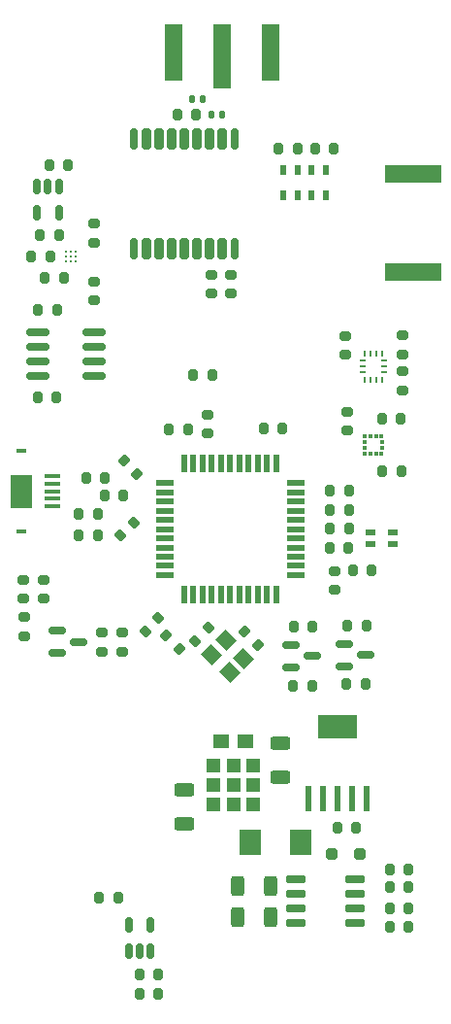
<source format=gtp>
G04 #@! TF.GenerationSoftware,KiCad,Pcbnew,7.0.6*
G04 #@! TF.CreationDate,2023-10-28T16:57:55-05:00*
G04 #@! TF.ProjectId,FC,46432e6b-6963-4616-945f-706362585858,V1*
G04 #@! TF.SameCoordinates,Original*
G04 #@! TF.FileFunction,Paste,Top*
G04 #@! TF.FilePolarity,Positive*
%FSLAX46Y46*%
G04 Gerber Fmt 4.6, Leading zero omitted, Abs format (unit mm)*
G04 Created by KiCad (PCBNEW 7.0.6) date 2023-10-28 16:57:55*
%MOMM*%
%LPD*%
G01*
G04 APERTURE LIST*
G04 Aperture macros list*
%AMRoundRect*
0 Rectangle with rounded corners*
0 $1 Rounding radius*
0 $2 $3 $4 $5 $6 $7 $8 $9 X,Y pos of 4 corners*
0 Add a 4 corners polygon primitive as box body*
4,1,4,$2,$3,$4,$5,$6,$7,$8,$9,$2,$3,0*
0 Add four circle primitives for the rounded corners*
1,1,$1+$1,$2,$3*
1,1,$1+$1,$4,$5*
1,1,$1+$1,$6,$7*
1,1,$1+$1,$8,$9*
0 Add four rect primitives between the rounded corners*
20,1,$1+$1,$2,$3,$4,$5,0*
20,1,$1+$1,$4,$5,$6,$7,0*
20,1,$1+$1,$6,$7,$8,$9,0*
20,1,$1+$1,$8,$9,$2,$3,0*%
%AMRotRect*
0 Rectangle, with rotation*
0 The origin of the aperture is its center*
0 $1 length*
0 $2 width*
0 $3 Rotation angle, in degrees counterclockwise*
0 Add horizontal line*
21,1,$1,$2,0,0,$3*%
G04 Aperture macros list end*
%ADD10RoundRect,0.200000X-0.275000X0.200000X-0.275000X-0.200000X0.275000X-0.200000X0.275000X0.200000X0*%
%ADD11RoundRect,0.200000X-0.200000X-0.275000X0.200000X-0.275000X0.200000X0.275000X-0.200000X0.275000X0*%
%ADD12RoundRect,0.150000X0.725000X0.150000X-0.725000X0.150000X-0.725000X-0.150000X0.725000X-0.150000X0*%
%ADD13RoundRect,0.200000X0.200000X0.275000X-0.200000X0.275000X-0.200000X-0.275000X0.200000X-0.275000X0*%
%ADD14R,1.250000X1.200000*%
%ADD15R,1.400000X1.270000*%
%ADD16RoundRect,0.250000X-0.312500X-0.625000X0.312500X-0.625000X0.312500X0.625000X-0.312500X0.625000X0*%
%ADD17R,0.850000X0.300000*%
%ADD18R,1.350000X0.400000*%
%ADD19R,1.900000X2.900000*%
%ADD20RoundRect,0.200000X0.275000X-0.200000X0.275000X0.200000X-0.275000X0.200000X-0.275000X-0.200000X0*%
%ADD21RoundRect,0.150000X0.150000X-0.512500X0.150000X0.512500X-0.150000X0.512500X-0.150000X-0.512500X0*%
%ADD22RoundRect,0.150000X-0.587500X-0.150000X0.587500X-0.150000X0.587500X0.150000X-0.587500X0.150000X0*%
%ADD23RoundRect,0.147500X-0.147500X-0.172500X0.147500X-0.172500X0.147500X0.172500X-0.147500X0.172500X0*%
%ADD24RoundRect,0.175000X0.175000X-0.725000X0.175000X0.725000X-0.175000X0.725000X-0.175000X-0.725000X0*%
%ADD25RoundRect,0.200000X0.200000X-0.700000X0.200000X0.700000X-0.200000X0.700000X-0.200000X-0.700000X0*%
%ADD26R,0.250000X0.475000*%
%ADD27R,0.475000X0.250000*%
%ADD28RoundRect,0.250000X-0.250000X-0.250000X0.250000X-0.250000X0.250000X0.250000X-0.250000X0.250000X0*%
%ADD29RoundRect,0.250000X-0.625000X0.312500X-0.625000X-0.312500X0.625000X-0.312500X0.625000X0.312500X0*%
%ADD30RoundRect,0.140000X0.140000X0.170000X-0.140000X0.170000X-0.140000X-0.170000X0.140000X-0.170000X0*%
%ADD31R,1.500000X5.600000*%
%ADD32R,1.600000X4.900000*%
%ADD33R,1.879600X2.260600*%
%ADD34RoundRect,0.200000X0.053033X-0.335876X0.335876X-0.053033X-0.053033X0.335876X-0.335876X0.053033X0*%
%ADD35R,0.863600X0.558800*%
%ADD36RotRect,1.400000X1.200000X135.000000*%
%ADD37C,0.269000*%
%ADD38R,0.600000X2.200000*%
%ADD39R,3.450000X2.150000*%
%ADD40R,1.500000X0.550000*%
%ADD41R,0.550000X1.500000*%
%ADD42R,0.350000X0.375000*%
%ADD43R,0.375000X0.350000*%
%ADD44RoundRect,0.200000X0.335876X0.053033X0.053033X0.335876X-0.335876X-0.053033X-0.053033X-0.335876X0*%
%ADD45RoundRect,0.200000X-0.335876X-0.053033X-0.053033X-0.335876X0.335876X0.053033X0.053033X0.335876X0*%
%ADD46RoundRect,0.150000X-0.150000X0.512500X-0.150000X-0.512500X0.150000X-0.512500X0.150000X0.512500X0*%
%ADD47RoundRect,0.250000X0.625000X-0.312500X0.625000X0.312500X-0.625000X0.312500X-0.625000X-0.312500X0*%
%ADD48RoundRect,0.150000X-0.825000X-0.150000X0.825000X-0.150000X0.825000X0.150000X-0.825000X0.150000X0*%
%ADD49R,0.550000X0.950000*%
%ADD50R,4.900000X1.600000*%
G04 APERTURE END LIST*
D10*
X187800000Y-122675000D03*
X187800000Y-124325000D03*
D11*
X173350000Y-110325000D03*
X175000000Y-110325000D03*
D12*
X189612500Y-153355000D03*
X189612500Y-152085000D03*
X189612500Y-150815000D03*
X189612500Y-149545000D03*
X184462500Y-149545000D03*
X184462500Y-150815000D03*
X184462500Y-152085000D03*
X184462500Y-153355000D03*
D13*
X164175000Y-97125000D03*
X162525000Y-97125000D03*
D11*
X161950000Y-99950000D03*
X163600000Y-99950000D03*
D10*
X193712500Y-105262500D03*
X193712500Y-106912500D03*
D14*
X177275000Y-139622500D03*
X177275000Y-141312500D03*
X177275000Y-142972500D03*
X178975000Y-139622500D03*
X178975000Y-141312500D03*
X178975000Y-142972500D03*
X180675000Y-139622500D03*
X180675000Y-141312500D03*
X180675000Y-142972500D03*
D15*
X177935000Y-137507500D03*
X180015000Y-137507500D03*
D13*
X189725000Y-145012500D03*
X188075000Y-145012500D03*
D16*
X179312500Y-152850000D03*
X182237500Y-152850000D03*
D17*
X160500000Y-112225000D03*
X160500000Y-119225000D03*
D18*
X163175000Y-117025000D03*
X163175000Y-116375000D03*
X163175000Y-115725000D03*
X163175000Y-115075000D03*
X163175000Y-114425000D03*
D19*
X160500000Y-115725000D03*
D13*
X184575000Y-85875000D03*
X182925000Y-85875000D03*
D20*
X188712500Y-103812500D03*
X188712500Y-102162500D03*
D21*
X169875000Y-155771875D03*
X170825000Y-155771875D03*
X171775000Y-155771875D03*
X171775000Y-153496875D03*
X169875000Y-153496875D03*
D11*
X187377901Y-120625000D03*
X189027901Y-120625000D03*
D22*
X163600000Y-127900000D03*
X163600000Y-129800000D03*
X165475000Y-128850000D03*
D23*
X177039102Y-82920333D03*
X178009102Y-82920333D03*
D13*
X193600000Y-109437500D03*
X191950000Y-109437500D03*
D20*
X166850000Y-99100000D03*
X166850000Y-97450000D03*
D13*
X194275000Y-150250000D03*
X192625000Y-150250000D03*
D11*
X167750000Y-116125000D03*
X169400000Y-116125000D03*
D24*
X170308891Y-94541954D03*
D25*
X171408891Y-94541954D03*
X172508891Y-94541954D03*
X173608891Y-94541954D03*
X174708891Y-94541954D03*
X175808891Y-94541954D03*
X176908891Y-94541954D03*
X178008891Y-94541954D03*
D24*
X179108891Y-94541954D03*
X179108891Y-85041954D03*
D25*
X178008891Y-85041954D03*
X176908891Y-85041954D03*
X175808891Y-85041954D03*
X174708891Y-85041954D03*
X173608891Y-85041954D03*
X172508891Y-85041954D03*
X171408891Y-85041954D03*
D24*
X170308891Y-85041954D03*
D26*
X190462500Y-106012500D03*
X190962500Y-106012500D03*
X191462500Y-106012500D03*
X191962500Y-106012500D03*
D27*
X192125000Y-105350000D03*
X192125000Y-104850000D03*
X192125000Y-104350000D03*
D26*
X191962500Y-103687500D03*
X191462500Y-103687500D03*
X190962500Y-103687500D03*
X190462500Y-103687500D03*
D27*
X190300000Y-104350000D03*
X190300000Y-104850000D03*
X190300000Y-105350000D03*
D20*
X193712500Y-103787500D03*
X193712500Y-102137500D03*
D28*
X187525000Y-147312500D03*
X190025000Y-147312500D03*
D29*
X174675000Y-141750000D03*
X174675000Y-144675000D03*
D30*
X176308891Y-81521780D03*
X175348891Y-81521780D03*
D13*
X172425000Y-159546875D03*
X170775000Y-159546875D03*
D22*
X188675000Y-129050000D03*
X188675000Y-130950000D03*
X190550000Y-130000000D03*
D31*
X178008891Y-77791954D03*
D32*
X182268891Y-77441954D03*
X173748891Y-77441954D03*
D11*
X187402901Y-118975000D03*
X189052901Y-118975000D03*
D13*
X183250000Y-110225000D03*
X181600000Y-110225000D03*
X164550000Y-87300000D03*
X162900000Y-87300000D03*
D33*
X184884800Y-146350000D03*
X180465200Y-146350000D03*
D16*
X179312500Y-150150000D03*
X182237500Y-150150000D03*
D11*
X192625000Y-148650000D03*
X194275000Y-148650000D03*
D34*
X175658274Y-128766726D03*
X176825000Y-127600000D03*
D35*
X192905801Y-120324999D03*
X192905801Y-119325001D03*
X190950001Y-119325001D03*
X190950001Y-120324999D03*
D11*
X191975000Y-113987500D03*
X193625000Y-113987500D03*
D13*
X172425000Y-157796875D03*
X170775000Y-157796875D03*
D36*
X179862132Y-130293503D03*
X178306497Y-128737868D03*
X177104416Y-129939949D03*
X178660051Y-131495584D03*
D37*
X165200000Y-94850000D03*
X165200000Y-95250000D03*
X165200000Y-95650000D03*
X164800000Y-94850000D03*
X164800000Y-95250000D03*
X164800000Y-95650000D03*
X164400000Y-94850000D03*
X164400000Y-95250000D03*
X164400000Y-95650000D03*
D11*
X184200000Y-132650000D03*
X185850000Y-132650000D03*
D38*
X185565000Y-142512500D03*
X186835000Y-142512500D03*
X188105000Y-142512500D03*
X189375000Y-142512500D03*
X190645000Y-142512500D03*
D39*
X188105000Y-136212500D03*
D11*
X174092643Y-82915125D03*
X175742643Y-82915125D03*
D13*
X177125000Y-105600000D03*
X175475000Y-105600000D03*
D40*
X173000000Y-115025000D03*
X173000000Y-115825000D03*
X173000000Y-116625000D03*
X173000000Y-117425000D03*
X173000000Y-118225000D03*
X173000000Y-119025000D03*
X173000000Y-119825000D03*
X173000000Y-120625000D03*
X173000000Y-121425000D03*
X173000000Y-122225000D03*
X173000000Y-123025000D03*
D41*
X174700000Y-124725000D03*
X175500000Y-124725000D03*
X176300000Y-124725000D03*
X177100000Y-124725000D03*
X177900000Y-124725000D03*
X178700000Y-124725000D03*
X179500000Y-124725000D03*
X180300000Y-124725000D03*
X181100000Y-124725000D03*
X181900000Y-124725000D03*
X182700000Y-124725000D03*
D40*
X184400000Y-123025000D03*
X184400000Y-122225000D03*
X184400000Y-121425000D03*
X184400000Y-120625000D03*
X184400000Y-119825000D03*
X184400000Y-119025000D03*
X184400000Y-118225000D03*
X184400000Y-117425000D03*
X184400000Y-116625000D03*
X184400000Y-115825000D03*
X184400000Y-115025000D03*
D41*
X182700000Y-113325000D03*
X181900000Y-113325000D03*
X181100000Y-113325000D03*
X180300000Y-113325000D03*
X179500000Y-113325000D03*
X178700000Y-113325000D03*
X177900000Y-113325000D03*
X177100000Y-113325000D03*
X176300000Y-113325000D03*
X175500000Y-113325000D03*
X174700000Y-113325000D03*
D42*
X190425000Y-112487500D03*
X190925000Y-112487500D03*
X191425000Y-112487500D03*
X191925000Y-112487500D03*
D43*
X191937500Y-111975000D03*
X191937500Y-111475000D03*
D42*
X191925000Y-110962500D03*
X191425000Y-110962500D03*
X190925000Y-110962500D03*
X190425000Y-110962500D03*
D43*
X190412500Y-111475000D03*
X190412500Y-111975000D03*
D10*
X177098891Y-96841954D03*
X177098891Y-98491954D03*
D11*
X187402901Y-117325000D03*
X189052901Y-117325000D03*
X192625000Y-152050000D03*
X194275000Y-152050000D03*
D10*
X169275000Y-128050000D03*
X169275000Y-129700000D03*
D13*
X185875000Y-127550000D03*
X184225000Y-127550000D03*
X194275000Y-153650000D03*
X192625000Y-153650000D03*
D10*
X178798891Y-96866954D03*
X178798891Y-98516954D03*
D11*
X166125000Y-114525000D03*
X167775000Y-114525000D03*
D13*
X163000000Y-95250000D03*
X161350000Y-95250000D03*
D11*
X189425000Y-122650000D03*
X191075000Y-122650000D03*
D34*
X169116637Y-119591726D03*
X170283363Y-118425000D03*
D20*
X167475000Y-129700000D03*
X167475000Y-128050000D03*
D11*
X187400000Y-115625000D03*
X189050000Y-115625000D03*
D44*
X170583363Y-114208363D03*
X169416637Y-113041637D03*
D22*
X184000000Y-129150000D03*
X184000000Y-131050000D03*
X185875000Y-130100000D03*
D44*
X181116637Y-129150089D03*
X179949911Y-127983363D03*
D13*
X187775000Y-85875000D03*
X186125000Y-85875000D03*
D11*
X167287500Y-151150000D03*
X168937500Y-151150000D03*
D13*
X190575000Y-127450000D03*
X188925000Y-127450000D03*
D45*
X173066637Y-128316637D03*
X174233363Y-129483363D03*
D46*
X163750000Y-89150000D03*
X162800000Y-89150000D03*
X161850000Y-89150000D03*
X161850000Y-91425000D03*
X163750000Y-91425000D03*
D20*
X176700000Y-110675000D03*
X176700000Y-109025000D03*
D11*
X165475000Y-117725000D03*
X167125000Y-117725000D03*
D47*
X183075000Y-140612500D03*
X183075000Y-137687500D03*
D48*
X161900000Y-101870000D03*
X161900000Y-103140000D03*
X161900000Y-104410000D03*
X161900000Y-105680000D03*
X166850000Y-105680000D03*
X166850000Y-104410000D03*
X166850000Y-103140000D03*
X166850000Y-101870000D03*
D10*
X166850000Y-92400000D03*
X166850000Y-94050000D03*
D13*
X167125000Y-119550000D03*
X165475000Y-119550000D03*
D34*
X171283274Y-127941726D03*
X172450000Y-126775000D03*
D13*
X163550000Y-107525000D03*
X161900000Y-107525000D03*
D11*
X188862500Y-132550000D03*
X190512500Y-132550000D03*
D13*
X163750000Y-93425000D03*
X162100000Y-93425000D03*
D10*
X160700000Y-126700000D03*
X160700000Y-128350000D03*
X188925000Y-108787500D03*
X188925000Y-110437500D03*
X160675000Y-123425000D03*
X160675000Y-125075000D03*
D49*
X187075000Y-87750000D03*
X185825000Y-87750000D03*
X184575000Y-87750000D03*
X183325000Y-87750000D03*
X183325000Y-89900000D03*
X184575000Y-89900000D03*
X185825000Y-89900000D03*
X187075000Y-89900000D03*
D20*
X162385000Y-125075000D03*
X162385000Y-123425000D03*
D50*
X194650000Y-88055000D03*
X194650000Y-96575000D03*
M02*

</source>
